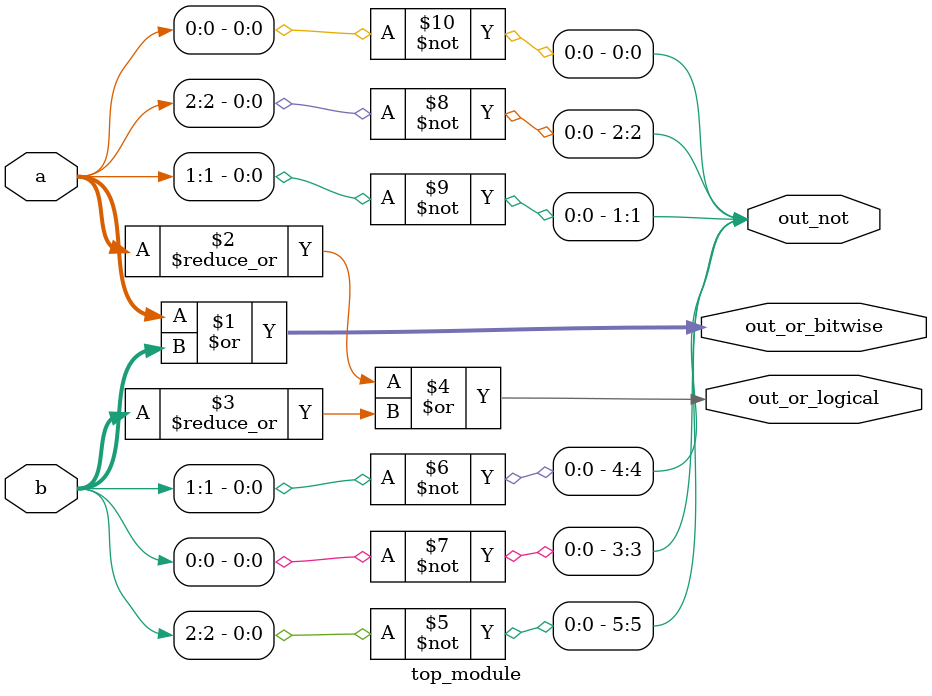
<source format=v>

module top_module(
    input [2:0] a, 
    input [2:0] b, 
    output [2:0] out_or_bitwise,
    output out_or_logical,
    output [5:0] out_not
);

    // Bitwise OR operation
    assign out_or_bitwise = a | b;

    // Logical OR operation
    assign out_or_logical = |a | |b;

    // Inverse (NOT) operation
    assign out_not[5] = ~b[2];
    assign out_not[4] = ~b[1];
    assign out_not[3] = ~b[0];
    assign out_not[2] = ~a[2];
    assign out_not[1] = ~a[1];
    assign out_not[0] = ~a[0];

endmodule

</source>
